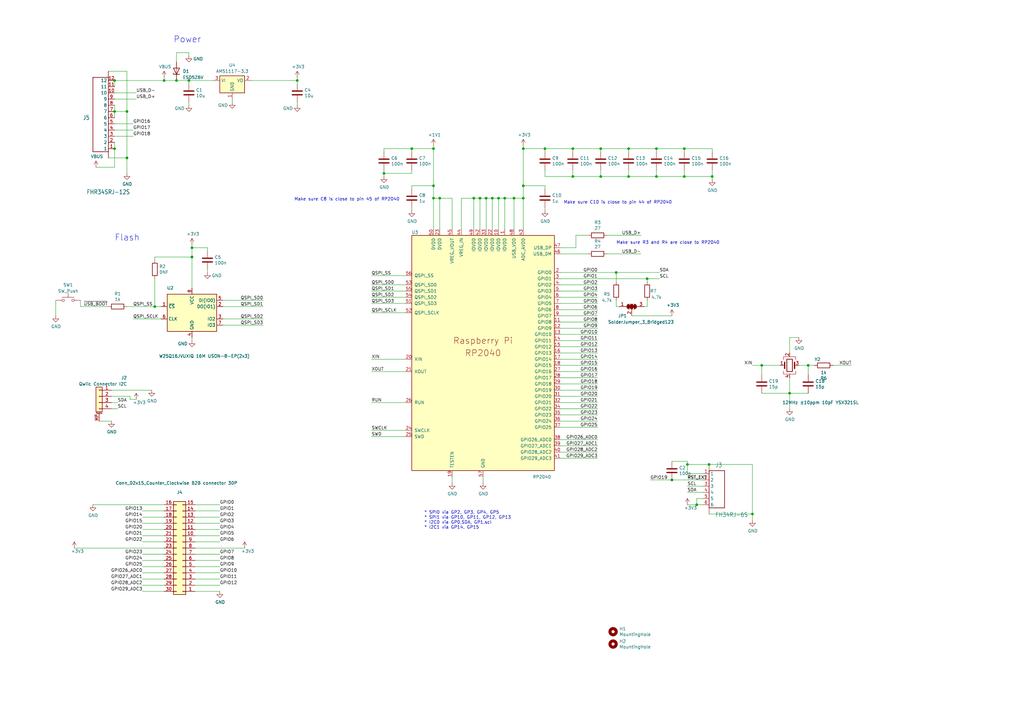
<source format=kicad_sch>
(kicad_sch (version 20230121) (generator eeschema)
  (paper "A3")
  (title_block (title "RP2040 Minimal Design Example") (date "2020-12-18") (rev "REV1") (company "Raspberry Pi (Trading) Ltd"))
  (lib_symbols
    (symbol "Connector_Generic:Conn_02x15_Counter_Clockwise" (pin_names (offset 1.016) hide)
      (property "Reference" "J" (at 1.27 20.32 0))
      (property "Value" "Conn_02x15_Counter_Clockwise" (at 1.27 -20.32 0))
      (symbol "Conn_02x15_Counter_Clockwise_1_1"
        (pin passive line (at -5.08 17.78 0) (length 3.81) (name "Pin_1") (number "1"))
        (pin passive line (at -5.08 -5.08 0) (length 3.81) (name "Pin_10") (number "10"))
        (pin passive line (at -5.08 -7.62 0) (length 3.81) (name "Pin_11") (number "11"))
        (pin passive line (at -5.08 -10.16 0) (length 3.81) (name "Pin_12") (number "12"))
        (pin passive line (at -5.08 -12.7 0) (length 3.81) (name "Pin_13") (number "13"))
        (pin passive line (at -5.08 -15.24 0) (length 3.81) (name "Pin_14") (number "14"))
        (pin passive line (at -5.08 -17.78 0) (length 3.81) (name "Pin_15") (number "15"))
        (pin passive line (at 7.62 -17.78 180) (length 3.81) (name "Pin_16") (number "16"))
        (pin passive line (at 7.62 -15.24 180) (length 3.81) (name "Pin_17") (number "17"))
        (pin passive line (at 7.62 -12.7 180) (length 3.81) (name "Pin_18") (number "18"))
        (pin passive line (at 7.62 -10.16 180) (length 3.81) (name "Pin_19") (number "19"))
        (pin passive line (at -5.08 15.24 0) (length 3.81) (name "Pin_2") (number "2"))
        (pin passive line (at 7.62 -7.62 180) (length 3.81) (name "Pin_20") (number "20"))
        (pin passive line (at 7.62 -5.08 180) (length 3.81) (name "Pin_21") (number "21"))
        (pin passive line (at 7.62 -2.54 180) (length 3.81) (name "Pin_22") (number "22"))
        (pin passive line (at 7.62 0 180) (length 3.81) (name "Pin_23") (number "23"))
        (pin passive line (at 7.62 2.54 180) (length 3.81) (name "Pin_24") (number "24"))
        (pin passive line (at 7.62 5.08 180) (length 3.81) (name "Pin_25") (number "25"))
        (pin passive line (at 7.62 7.62 180) (length 3.81) (name "Pin_26") (number "26"))
        (pin passive line (at 7.62 10.16 180) (length 3.81) (name "Pin_27") (number "27"))
        (pin passive line (at 7.62 12.7 180) (length 3.81) (name "Pin_28") (number "28"))
        (pin passive line (at 7.62 15.24 180) (length 3.81) (name "Pin_29") (number "29"))
        (pin passive line (at -5.08 12.7 0) (length 3.81) (name "Pin_3") (number "3"))
        (pin passive line (at 7.62 17.78 180) (length 3.81) (name "Pin_30") (number "30"))
        (pin passive line (at -5.08 10.16 0) (length 3.81) (name "Pin_4") (number "4"))
        (pin passive line (at -5.08 7.62 0) (length 3.81) (name "Pin_5") (number "5"))
        (pin passive line (at -5.08 5.08 0) (length 3.81) (name "Pin_6") (number "6"))
        (pin passive line (at -5.08 2.54 0) (length 3.81) (name "Pin_7") (number "7"))
        (pin passive line (at -5.08 0 0) (length 3.81) (name "Pin_8") (number "8"))
        (pin passive line (at -5.08 -2.54 0) (length 3.81) (name "Pin_9") (number "9"))
      )
    )
    (symbol "Connector_Generic_MountingPin:Conn_01x04_MountingPin" (pin_names (offset 1.016) hide)
      (property "Reference" "J" (at 0 5.08 0))
      (property "Value" "Conn_01x04_MountingPin" (at 1.27 -7.62 0))
      (symbol "Conn_01x04_MountingPin_1_1"
        (text "Mounting" (at 0 -6.731 0) (effects (font (size 0.381 0.381))))
        (pin passive line (at -5.08 2.54 0) (length 3.81) (name "Pin_1") (number "1"))
        (pin passive line (at -5.08 0 0) (length 3.81) (name "Pin_2") (number "2"))
        (pin passive line (at -5.08 -2.54 0) (length 3.81) (name "Pin_3") (number "3"))
        (pin passive line (at -5.08 -5.08 0) (length 3.81) (name "Pin_4") (number "4"))
        (pin passive line (at 0 -10.16 90) (length 3.048) (name "MountPin") (number "MP"))
      )
    )
    (symbol "Device:C" (pin_numbers hide) (pin_names (offset 0.254))
      (property "Reference" "C" (at 0.635 2.54 0))
      (property "Value" "C" (at 0.635 -2.54 0))
      (symbol "C_1_1"
        (pin passive line (at 0 3.81 270) (length 2.794) (name "~") (number "1"))
        (pin passive line (at 0 -3.81 90) (length 2.794) (name "~") (number "2"))
      )
    )
    (symbol "Device:Crystal_GND24" (pin_names (offset 1.016) hide)
      (property "Reference" "Y" (at 3.175 5.08 0))
      (property "Value" "Crystal_GND24" (at 3.175 3.175 0))
      (symbol "Crystal_GND24_1_1"
        (pin passive line (at -3.81 0 0) (length 1.27) (name "1") (number "1"))
        (pin passive line (at 0 5.08 270) (length 1.27) (name "2") (number "2"))
        (pin passive line (at 3.81 0 180) (length 1.27) (name "3") (number "3"))
        (pin passive line (at 0 -5.08 90) (length 1.27) (name "4") (number "4"))
      )
    )
    (symbol "Device:R" (pin_numbers hide) (pin_names (offset 0))
      (property "Reference" "R" (at 2.032 0 90))
      (property "Value" "R" (at 0 0 90))
      (symbol "R_1_1"
        (pin passive line (at 0 3.81 270) (length 1.27) (name "~") (number "1"))
        (pin passive line (at 0 -3.81 90) (length 1.27) (name "~") (number "2"))
      )
    )
    (symbol "Diode:ESD5Zxx" (pin_numbers hide) (pin_names hide)
      (property "Reference" "D" (at 0 2.54 0))
      (property "Value" "ESD5Zxx" (at 0 -2.54 0))
      (symbol "ESD5Zxx_1_1"
        (pin passive line (at -3.81 0 0) (length 2.54) (name "K") (number "1"))
        (pin passive line (at 3.81 0 180) (length 2.54) (name "A") (number "2"))
      )
    )
    (symbol "Jumper:SolderJumper_3_Bridged123" (pin_names (offset 0) hide)
      (property "Reference" "JP" (at -2.54 -2.54 0))
      (property "Value" "SolderJumper_3_Bridged123" (at 0 2.794 0))
      (symbol "SolderJumper_3_Bridged123_1_1"
        (pin passive line (at -5.08 0 0) (length 2.54) (name "A") (number "1"))
        (pin passive line (at 0 -3.81 90) (length 2.54) (name "C") (number "2"))
        (pin passive line (at 5.08 0 180) (length 2.54) (name "B") (number "3"))
      )
    )
    (symbol "MCU_RaspberryPi_RP2040:RP2040" (pin_names (offset 1.016))
      (property "Reference" "U" (at -29.21 49.53 0))
      (property "Value" "RP2040" (at 24.13 -49.53 0))
      (symbol "RP2040_0_0"
        (text "Raspberry Pi" (at 0 5.08 0) (effects (font (size 2.54 2.54))))
        (text "RP2040" (at 0 0 0) (effects (font (size 2.54 2.54))))
      )
      (symbol "RP2040_1_1"
        (pin power_in line (at 8.89 50.8 270) (length 2.54) (name "IOVDD") (number "1"))
        (pin power_in line (at 6.35 50.8 270) (length 2.54) (name "IOVDD") (number "10"))
        (pin bidirectional line (at 31.75 12.7 180) (length 2.54) (name "GPIO8") (number "11"))
        (pin bidirectional line (at 31.75 10.16 180) (length 2.54) (name "GPIO9") (number "12"))
        (pin bidirectional line (at 31.75 7.62 180) (length 2.54) (name "GPIO10") (number "13"))
        (pin bidirectional line (at 31.75 5.08 180) (length 2.54) (name "GPIO11") (number "14"))
        (pin bidirectional line (at 31.75 2.54 180) (length 2.54) (name "GPIO12") (number "15"))
        (pin bidirectional line (at 31.75 0 180) (length 2.54) (name "GPIO13") (number "16"))
        (pin bidirectional line (at 31.75 -2.54 180) (length 2.54) (name "GPIO14") (number "17"))
        (pin bidirectional line (at 31.75 -5.08 180) (length 2.54) (name "GPIO15") (number "18"))
        (pin passive line (at -12.7 -50.8 90) (length 2.54) (name "TESTEN") (number "19"))
        (pin bidirectional line (at 31.75 33.02 180) (length 2.54) (name "GPIO0") (number "2"))
        (pin input line (at -31.75 -2.54 0) (length 2.54) (name "XIN") (number "20"))
        (pin passive line (at -31.75 -7.62 0) (length 2.54) (name "XOUT") (number "21"))
        (pin power_in line (at 3.81 50.8 270) (length 2.54) (name "IOVDD") (number "22"))
        (pin power_in line (at -17.78 50.8 270) (length 2.54) (name "DVDD") (number "23"))
        (pin output line (at -31.75 -31.75 0) (length 2.54) (name "SWCLK") (number "24"))
        (pin bidirectional line (at -31.75 -34.29 0) (length 2.54) (name "SWD") (number "25"))
        (pin input line (at -31.75 -20.32 0) (length 2.54) (name "RUN") (number "26"))
        (pin bidirectional line (at 31.75 -7.62 180) (length 2.54) (name "GPIO16") (number "27"))
        (pin bidirectional line (at 31.75 -10.16 180) (length 2.54) (name "GPIO17") (number "28"))
        (pin bidirectional line (at 31.75 -12.7 180) (length 2.54) (name "GPIO18") (number "29"))
        (pin bidirectional line (at 31.75 30.48 180) (length 2.54) (name "GPIO1") (number "3"))
        (pin bidirectional line (at 31.75 -15.24 180) (length 2.54) (name "GPIO19") (number "30"))
        (pin bidirectional line (at 31.75 -17.78 180) (length 2.54) (name "GPIO20") (number "31"))
        (pin bidirectional line (at 31.75 -20.32 180) (length 2.54) (name "GPIO21") (number "32"))
        (pin power_in line (at 1.27 50.8 270) (length 2.54) (name "IOVDD") (number "33"))
        (pin bidirectional line (at 31.75 -22.86 180) (length 2.54) (name "GPIO22") (number "34"))
        (pin bidirectional line (at 31.75 -25.4 180) (length 2.54) (name "GPIO23") (number "35"))
        (pin bidirectional line (at 31.75 -27.94 180) (length 2.54) (name "GPIO24") (number "36"))
        (pin bidirectional line (at 31.75 -30.48 180) (length 2.54) (name "GPIO25") (number "37"))
        (pin bidirectional line (at 31.75 -35.56 180) (length 2.54) (name "GPIO26_ADC0") (number "38"))
        (pin bidirectional line (at 31.75 -38.1 180) (length 2.54) (name "GPIO27_ADC1") (number "39"))
        (pin bidirectional line (at 31.75 27.94 180) (length 2.54) (name "GPIO2") (number "4"))
        (pin bidirectional line (at 31.75 -40.64 180) (length 2.54) (name "GPIO28_ADC2") (number "40"))
        (pin bidirectional line (at 31.75 -43.18 180) (length 2.54) (name "GPIO29_ADC3") (number "41"))
        (pin power_in line (at -1.27 50.8 270) (length 2.54) (name "IOVDD") (number "42"))
        (pin power_in line (at 16.51 50.8 270) (length 2.54) (name "ADC_AVDD") (number "43"))
        (pin power_in line (at -8.89 50.8 270) (length 2.54) (name "VREG_IN") (number "44"))
        (pin power_out line (at -12.7 50.8 270) (length 2.54) (name "VREG_VOUT") (number "45"))
        (pin bidirectional line (at 31.75 40.64 180) (length 2.54) (name "USB_DM") (number "46"))
        (pin bidirectional line (at 31.75 43.18 180) (length 2.54) (name "USB_DP") (number "47"))
        (pin power_in line (at 12.7 50.8 270) (length 2.54) (name "USB_VDD") (number "48"))
        (pin power_in line (at -3.81 50.8 270) (length 2.54) (name "IOVDD") (number "49"))
        (pin bidirectional line (at 31.75 25.4 180) (length 2.54) (name "GPIO3") (number "5"))
        (pin power_in line (at -20.32 50.8 270) (length 2.54) (name "DVDD") (number "50"))
        (pin bidirectional line (at -31.75 20.32 0) (length 2.54) (name "QSPI_SD3") (number "51"))
        (pin output line (at -31.75 16.51 0) (length 2.54) (name "QSPI_SCLK") (number "52"))
        (pin bidirectional line (at -31.75 27.94 0) (length 2.54) (name "QSPI_SD0") (number "53"))
        (pin bidirectional line (at -31.75 22.86 0) (length 2.54) (name "QSPI_SD2") (number "54"))
        (pin bidirectional line (at -31.75 25.4 0) (length 2.54) (name "QSPI_SD1") (number "55"))
        (pin bidirectional line (at -31.75 31.75 0) (length 2.54) (name "QSPI_SS") (number "56"))
        (pin power_in line (at 0 -50.8 90) (length 2.54) (name "GND") (number "57"))
        (pin bidirectional line (at 31.75 22.86 180) (length 2.54) (name "GPIO4") (number "6"))
        (pin bidirectional line (at 31.75 20.32 180) (length 2.54) (name "GPIO5") (number "7"))
        (pin bidirectional line (at 31.75 17.78 180) (length 2.54) (name "GPIO6") (number "8"))
        (pin bidirectional line (at 31.75 15.24 180) (length 2.54) (name "GPIO7") (number "9"))
      )
    )
    (symbol "Mechanical:MountingHole" (pin_names (offset 1.016))
      (property "Reference" "H" (at 0 5.08 0))
      (property "Value" "MountingHole" (at 0 3.175 0))
    )
    (symbol "Memory_Flash:W25Q128JVS"
      (property "Reference" "U" (at -8.89 8.89 0))
      (property "Value" "W25Q128JVS" (at 7.62 8.89 0))
      (symbol "W25Q128JVS_1_1"
        (pin input line (at -12.7 2.54 0) (length 2.54) (name "~{CS}") (number "1"))
        (pin bidirectional line (at 12.7 2.54 180) (length 2.54) (name "DO(IO1)") (number "2"))
        (pin bidirectional line (at 12.7 -2.54 180) (length 2.54) (name "IO2") (number "3"))
        (pin power_in line (at 0 -10.16 90) (length 2.54) (name "GND") (number "4"))
        (pin bidirectional line (at 12.7 5.08 180) (length 2.54) (name "DI(IO0)") (number "5"))
        (pin input line (at -12.7 -2.54 0) (length 2.54) (name "CLK") (number "6"))
        (pin bidirectional line (at 12.7 -5.08 180) (length 2.54) (name "IO3") (number "7"))
        (pin power_in line (at 0 10.16 270) (length 2.54) (name "VCC") (number "8"))
      )
    )
    (symbol "NS_Integrator-eagle-import:FPC-0.5-6P-FH34RJ"
      (property "Reference" "J" (at 2.54 8.89 0))
      (property "Value" "FPC-0.5-6P-FH34RJ" (at 2.54 -10.16 0))
      (symbol "FPC-0.5-6P-FH34RJ_1_0"
        (pin bidirectional line (at -2.54 6.35 0) (length 2.54) (name "1") (number "1"))
        (pin bidirectional line (at -2.54 3.81 0) (length 2.54) (name "2") (number "2"))
        (pin bidirectional line (at -2.54 1.27 0) (length 2.54) (name "3") (number "3"))
        (pin bidirectional line (at -2.54 -1.27 0) (length 2.54) (name "4") (number "4"))
        (pin bidirectional line (at -2.54 -3.81 0) (length 2.54) (name "5") (number "5"))
        (pin bidirectional line (at -2.54 -6.35 0) (length 2.54) (name "6") (number "6"))
        (pin bidirectional line (at 0 -10.16 90) (length 2.54) (name "G1") (number "MH1"))
        (pin bidirectional line (at 0 10.16 270) (length 2.54) (name "G2") (number "MH2"))
      )
    )
    (symbol "Regulator_Linear:AMS1117-3.3"
      (property "Reference" "U" (at -3.81 3.175 0))
      (property "Value" "AMS1117-3.3" (at 0 3.175 0))
      (symbol "AMS1117-3.3_1_1"
        (pin power_in line (at 0 -7.62 90) (length 2.54) (name "GND") (number "1"))
        (pin power_out line (at 7.62 0 180) (length 2.54) (name "VO") (number "2"))
        (pin power_in line (at -7.62 0 0) (length 2.54) (name "VI") (number "3"))
      )
    )
    (symbol "Switch:SW_Push" (pin_numbers hide) (pin_names (offset 1.016) hide)
      (property "Reference" "SW" (at 1.27 2.54 0))
      (property "Value" "SW_Push" (at 0 -1.524 0))
      (symbol "SW_Push_0_1"
        (pin passive line (at -5.08 0 0) (length 2.54) (name "1") (number "1"))
        (pin passive line (at 5.08 0 180) (length 2.54) (name "2") (number "2"))
      )
    )
    (symbol "USER:FPC-0.5-12PFPC-0.5-12P"
      (property "Reference" "J2" (at -2.54 25.4 0))
      (property "Value" "FPC-0.5-12PFPC-0.5-12P" (at 2.54 25.4 0))
      (symbol "FPC-0.5-12PFPC-0.5-12P_1_0"
        (pin bidirectional line (at -2.54 24.13 0) (length 2.54) (name "1") (number "1"))
        (pin bidirectional line (at -2.54 1.27 0) (length 2.54) (name "10") (number "10"))
        (pin bidirectional line (at -2.54 -1.27 0) (length 2.54) (name "11") (number "11"))
        (pin bidirectional line (at -2.54 -3.81 0) (length 2.54) (name "12") (number "12"))
        (pin bidirectional line (at -2.54 21.59 0) (length 2.54) (name "2") (number "2"))
        (pin bidirectional line (at -2.54 19.05 0) (length 2.54) (name "3") (number "3"))
        (pin bidirectional line (at -2.54 16.51 0) (length 2.54) (name "4") (number "4"))
        (pin bidirectional line (at -2.54 13.97 0) (length 2.54) (name "5") (number "5"))
        (pin bidirectional line (at -2.54 11.43 0) (length 2.54) (name "6") (number "6"))
        (pin bidirectional line (at -2.54 8.89 0) (length 2.54) (name "7") (number "7"))
        (pin bidirectional line (at -2.54 6.35 0) (length 2.54) (name "8") (number "8"))
        (pin bidirectional line (at -2.54 3.81 0) (length 2.54) (name "9") (number "9"))
        (pin bidirectional line (at 0 -7.62 90) (length 2.54) (name "G1") (number "P$13"))
        (pin bidirectional line (at 0 27.94 270) (length 2.54) (name "G2") (number "P$14"))
      )
    )
    (symbol "power:+1V1" (power) (pin_names (offset 0))
      (property "Value" "+1V1" (at 0 3.556 0))
      (symbol "+1V1_1_1"
        (pin power_in line (at 0 0 90) (length 0) hide (name "+1V1") (number "1"))
      )
    )
    (symbol "power:+3V3" (power) (pin_names (offset 0))
      (property "Value" "+3V3" (at 0 3.556 0))
      (symbol "+3V3_1_1"
        (pin power_in line (at 0 0 90) (length 0) hide (name "+3V3") (number "1"))
      )
    )
    (symbol "power:GND" (power) (pin_names (offset 0))
      (property "Value" "GND" (at 0 -3.81 0))
      (symbol "GND_1_1"
        (pin power_in line (at 0 0 270) (length 0) hide (name "GND") (number "1"))
      )
    )
    (symbol "power:VBUS" (power) (pin_names (offset 0))
      (property "Value" "VBUS" (at 0 3.81 0))
      (symbol "VBUS_1_1"
        (pin power_in line (at 0 0 90) (length 0) hide (name "VBUS") (number "1"))
      )
    )
  )
  (junction (at 292.1 72.39))
  (junction (at 246.38 60.96))
  (junction (at 63.5 125.73))
  (junction (at 67.31 33.02))
  (junction (at 281.94 190.5))
  (junction (at 323.85 161.29))
  (junction (at 177.8 76.2))
  (junction (at 196.85 81.28))
  (junction (at 46.99 33.02))
  (junction (at 121.92 33.02))
  (junction (at 246.38 72.39))
  (junction (at 46.99 45.72))
  (junction (at 265.43 114.3))
  (junction (at 308.61 210.82))
  (junction (at 78.74 101.6))
  (junction (at 78.74 105.41))
  (junction (at 223.52 60.96))
  (junction (at 214.63 81.28))
  (junction (at 214.63 60.96))
  (junction (at 257.81 60.96))
  (junction (at 207.01 81.28))
  (junction (at 177.8 81.28))
  (junction (at 331.47 149.86))
  (junction (at 280.67 72.39))
  (junction (at 210.82 81.28))
  (junction (at 269.24 72.39))
  (junction (at 201.93 81.28))
  (junction (at 180.34 81.28))
  (junction (at 194.31 81.28))
  (junction (at 72.39 33.02))
  (junction (at 280.67 60.96))
  (junction (at 269.24 60.96))
  (junction (at 168.91 60.96))
  (junction (at 77.47 33.02))
  (junction (at 214.63 76.2))
  (junction (at 177.8 60.96))
  (junction (at 157.48 71.12))
  (junction (at 52.07 45.72))
  (junction (at 199.39 81.28))
  (junction (at 275.59 196.85))
  (junction (at 234.95 60.96))
  (junction (at 257.81 72.39))
  (junction (at 290.83 190.5))
  (junction (at 252.73 111.76))
  (junction (at 285.75 207.01))
  (junction (at 312.42 149.86))
  (junction (at 46.99 60.96))
  (junction (at 204.47 81.28))
  (junction (at 52.07 64.77))
  (junction (at 234.95 72.39))
  (wire (pts (xy 312.42 149.86) (xy 320.04 149.86)))
  (wire (pts (xy 52.07 45.72) (xy 52.07 64.77)))
  (wire (pts (xy 90.17 207.01) (xy 80.01 207.01)))
  (wire (pts (xy 229.87 157.48) (xy 245.11 157.48)))
  (wire (pts (xy 281.94 194.31) (xy 281.94 190.5)))
  (wire (pts (xy 166.37 113.03) (xy 152.4 113.03)))
  (wire (pts (xy 214.63 76.2) (xy 223.52 76.2)))
  (wire (pts (xy 177.8 59.69) (xy 177.8 60.96)))
  (wire (pts (xy 246.38 60.96) (xy 257.81 60.96)))
  (wire (pts (xy 281.94 207.01) (xy 285.75 207.01)))
  (wire (pts (xy 157.48 71.12) (xy 168.91 71.12)))
  (wire (pts (xy 229.87 175.26) (xy 245.11 175.26)))
  (wire (pts (xy 166.37 179.07) (xy 152.4 179.07)))
  (wire (pts (xy 229.87 104.14) (xy 241.3 104.14)))
  (wire (pts (xy 269.24 62.23) (xy 269.24 60.96)))
  (wire (pts (xy 54.61 130.81) (xy 66.04 130.81)))
  (wire (pts (xy 44.45 29.21) (xy 52.07 29.21)))
  (wire (pts (xy 323.85 161.29) (xy 323.85 167.64)))
  (wire (pts (xy 214.63 59.69) (xy 214.63 60.96)))
  (wire (pts (xy 308.61 190.5) (xy 308.61 210.82)))
  (wire (pts (xy 90.17 212.09) (xy 80.01 212.09)))
  (wire (pts (xy 46.99 43.18) (xy 46.99 45.72)))
  (wire (pts (xy 168.91 71.12) (xy 168.91 69.85)))
  (wire (pts (xy 229.87 144.78) (xy 245.11 144.78)))
  (wire (pts (xy 121.92 33.02) (xy 121.92 34.29)))
  (wire (pts (xy 196.85 81.28) (xy 199.39 81.28)))
  (wire (pts (xy 189.23 81.28) (xy 194.31 81.28)))
  (wire (pts (xy 95.25 40.64) (xy 95.25 41.91)))
  (wire (pts (xy 78.74 138.43) (xy 78.74 139.7)))
  (wire (pts (xy 80.01 224.79) (xy 100.33 224.79)))
  (wire (pts (xy 38.1 207.01) (xy 67.31 207.01)))
  (wire (pts (xy 168.91 77.47) (xy 168.91 76.2)))
  (wire (pts (xy 275.59 189.23) (xy 281.94 189.23)))
  (wire (pts (xy 90.17 240.03) (xy 80.01 240.03)))
  (wire (pts (xy 229.87 116.84) (xy 245.11 116.84)))
  (wire (pts (xy 229.87 114.3) (xy 265.43 114.3)))
  (wire (pts (xy 252.73 111.76) (xy 270.51 111.76)))
  (wire (pts (xy 252.73 125.73) (xy 254 125.73)))
  (wire (pts (xy 90.17 234.95) (xy 80.01 234.95)))
  (wire (pts (xy 280.67 72.39) (xy 292.1 72.39)))
  (wire (pts (xy 45.72 167.64) (xy 48.26 167.64)))
  (wire (pts (xy 199.39 93.98) (xy 199.39 81.28)))
  (wire (pts (xy 312.42 161.29) (xy 323.85 161.29)))
  (wire (pts (xy 44.45 64.77) (xy 52.07 64.77)))
  (wire (pts (xy 257.81 60.96) (xy 269.24 60.96)))
  (wire (pts (xy 52.07 29.21) (xy 52.07 45.72)))
  (wire (pts (xy 285.75 204.47) (xy 285.75 207.01)))
  (wire (pts (xy 152.4 119.38) (xy 166.37 119.38)))
  (wire (pts (xy 67.31 33.02) (xy 72.39 33.02)))
  (wire (pts (xy 280.67 62.23) (xy 280.67 60.96)))
  (wire (pts (xy 229.87 170.18) (xy 245.11 170.18)))
  (wire (pts (xy 46.99 55.88) (xy 54.61 55.88)))
  (wire (pts (xy 229.87 137.16) (xy 245.11 137.16)))
  (wire (pts (xy 327.66 149.86) (xy 331.47 149.86)))
  (wire (pts (xy 46.99 33.02) (xy 67.31 33.02)))
  (wire (pts (xy 78.74 101.6) (xy 78.74 105.41)))
  (wire (pts (xy 259.08 129.54) (xy 275.59 129.54)))
  (wire (pts (xy 323.85 144.78) (xy 323.85 138.43)))
  (wire (pts (xy 292.1 69.85) (xy 292.1 72.39)))
  (wire (pts (xy 52.07 64.77) (xy 52.07 71.12)))
  (wire (pts (xy 185.42 81.28) (xy 180.34 81.28)))
  (wire (pts (xy 22.86 123.19) (xy 22.86 129.54)))
  (wire (pts (xy 204.47 81.28) (xy 207.01 81.28)))
  (wire (pts (xy 323.85 161.29) (xy 331.47 161.29)))
  (wire (pts (xy 281.94 189.23) (xy 281.94 190.5)))
  (wire (pts (xy 229.87 124.46) (xy 245.11 124.46)))
  (wire (pts (xy 257.81 62.23) (xy 257.81 60.96)))
  (wire (pts (xy 58.42 237.49) (xy 67.31 237.49)))
  (wire (pts (xy 177.8 81.28) (xy 177.8 93.98)))
  (wire (pts (xy 157.48 71.12) (xy 157.48 72.39)))
  (wire (pts (xy 323.85 154.94) (xy 323.85 161.29)))
  (wire (pts (xy 266.7 196.85) (xy 275.59 196.85)))
  (wire (pts (xy 58.42 227.33) (xy 67.31 227.33)))
  (wire (pts (xy 257.81 72.39) (xy 246.38 72.39)))
  (wire (pts (xy 308.61 210.82) (xy 308.61 213.36)))
  (wire (pts (xy 166.37 128.27) (xy 152.4 128.27)))
  (wire (pts (xy 58.42 212.09) (xy 67.31 212.09)))
  (wire (pts (xy 248.92 104.14) (xy 262.89 104.14)))
  (wire (pts (xy 77.47 33.02) (xy 87.63 33.02)))
  (wire (pts (xy 229.87 182.88) (xy 245.11 182.88)))
  (wire (pts (xy 189.23 93.98) (xy 189.23 81.28)))
  (wire (pts (xy 265.43 125.73) (xy 264.16 125.73)))
  (wire (pts (xy 46.99 40.64) (xy 55.88 40.64)))
  (wire (pts (xy 168.91 60.96) (xy 177.8 60.96)))
  (wire (pts (xy 207.01 81.28) (xy 207.01 93.98)))
  (wire (pts (xy 46.99 33.02) (xy 46.99 35.56)))
  (wire (pts (xy 45.72 162.56) (xy 53.34 162.56)))
  (wire (pts (xy 234.95 72.39) (xy 223.52 72.39)))
  (wire (pts (xy 214.63 76.2) (xy 214.63 81.28)))
  (wire (pts (xy 90.17 232.41) (xy 80.01 232.41)))
  (wire (pts (xy 236.22 96.52) (xy 241.3 96.52)))
  (wire (pts (xy 265.43 115.57) (xy 265.43 114.3)))
  (wire (pts (xy 194.31 93.98) (xy 194.31 81.28)))
  (wire (pts (xy 229.87 139.7) (xy 245.11 139.7)))
  (wire (pts (xy 63.5 114.3) (xy 63.5 125.73)))
  (wire (pts (xy 280.67 60.96) (xy 292.1 60.96)))
  (wire (pts (xy 58.42 209.55) (xy 67.31 209.55)))
  (wire (pts (xy 177.8 76.2) (xy 177.8 81.28)))
  (wire (pts (xy 229.87 160.02) (xy 245.11 160.02)))
  (wire (pts (xy 58.42 217.17) (xy 67.31 217.17)))
  (wire (pts (xy 234.95 69.85) (xy 234.95 72.39)))
  (wire (pts (xy 46.99 53.34) (xy 54.61 53.34)))
  (wire (pts (xy 90.17 222.25) (xy 80.01 222.25)))
  (wire (pts (xy 229.87 152.4) (xy 245.11 152.4)))
  (wire (pts (xy 246.38 69.85) (xy 246.38 72.39)))
  (wire (pts (xy 90.17 227.33) (xy 80.01 227.33)))
  (wire (pts (xy 214.63 81.28) (xy 214.63 93.98)))
  (wire (pts (xy 58.42 234.95) (xy 67.31 234.95)))
  (wire (pts (xy 280.67 69.85) (xy 280.67 72.39)))
  (wire (pts (xy 223.52 69.85) (xy 223.52 72.39)))
  (wire (pts (xy 196.85 93.98) (xy 196.85 81.28)))
  (wire (pts (xy 246.38 72.39) (xy 234.95 72.39)))
  (wire (pts (xy 90.17 219.71) (xy 80.01 219.71)))
  (wire (pts (xy 269.24 69.85) (xy 269.24 72.39)))
  (wire (pts (xy 290.83 190.5) (xy 308.61 190.5)))
  (wire (pts (xy 157.48 62.23) (xy 157.48 60.96)))
  (wire (pts (xy 152.4 124.46) (xy 166.37 124.46)))
  (wire (pts (xy 269.24 60.96) (xy 280.67 60.96)))
  (wire (pts (xy 246.38 62.23) (xy 246.38 60.96)))
  (wire (pts (xy 265.43 123.19) (xy 265.43 125.73)))
  (wire (pts (xy 248.92 96.52) (xy 262.89 96.52)))
  (wire (pts (xy 166.37 165.1) (xy 152.4 165.1)))
  (wire (pts (xy 288.29 204.47) (xy 285.75 204.47)))
  (wire (pts (xy 308.61 210.82) (xy 290.83 210.82)))
  (wire (pts (xy 33.02 125.73) (xy 44.45 125.73)))
  (wire (pts (xy 229.87 187.96) (xy 245.11 187.96)))
  (wire (pts (xy 46.99 50.8) (xy 54.61 50.8)))
  (wire (pts (xy 281.94 190.5) (xy 290.83 190.5)))
  (wire (pts (xy 157.48 69.85) (xy 157.48 71.12)))
  (wire (pts (xy 152.4 116.84) (xy 166.37 116.84)))
  (wire (pts (xy 91.44 123.19) (xy 107.95 123.19)))
  (wire (pts (xy 72.39 25.4) (xy 72.39 21.59)))
  (wire (pts (xy 39.37 68.58) (xy 46.99 68.58)))
  (wire (pts (xy 269.24 72.39) (xy 257.81 72.39)))
  (wire (pts (xy 312.42 149.86) (xy 312.42 153.67)))
  (wire (pts (xy 229.87 165.1) (xy 245.11 165.1)))
  (wire (pts (xy 90.17 209.55) (xy 80.01 209.55)))
  (wire (pts (xy 252.73 123.19) (xy 252.73 125.73)))
  (wire (pts (xy 72.39 33.02) (xy 77.47 33.02)))
  (wire (pts (xy 58.42 222.25) (xy 67.31 222.25)))
  (wire (pts (xy 257.81 69.85) (xy 257.81 72.39)))
  (wire (pts (xy 292.1 72.39) (xy 292.1 73.66)))
  (wire (pts (xy 252.73 115.57) (xy 252.73 111.76)))
  (wire (pts (xy 85.09 101.6) (xy 78.74 101.6)))
  (wire (pts (xy 234.95 62.23) (xy 234.95 60.96)))
  (wire (pts (xy 45.72 165.1) (xy 48.26 165.1)))
  (wire (pts (xy 166.37 176.53) (xy 152.4 176.53)))
  (wire (pts (xy 102.87 33.02) (xy 121.92 33.02)))
  (wire (pts (xy 121.92 31.75) (xy 121.92 33.02)))
  (wire (pts (xy 168.91 76.2) (xy 177.8 76.2)))
  (wire (pts (xy 46.99 45.72) (xy 46.99 48.26)))
  (wire (pts (xy 168.91 85.09) (xy 168.91 86.36)))
  (wire (pts (xy 229.87 149.86) (xy 245.11 149.86)))
  (wire (pts (xy 210.82 81.28) (xy 214.63 81.28)))
  (wire (pts (xy 201.93 93.98) (xy 201.93 81.28)))
  (wire (pts (xy 229.87 167.64) (xy 245.11 167.64)))
  (wire (pts (xy 214.63 60.96) (xy 214.63 76.2)))
  (wire (pts (xy 341.63 149.86) (xy 349.25 149.86)))
  (wire (pts (xy 229.87 129.54) (xy 245.11 129.54)))
  (wire (pts (xy 90.17 214.63) (xy 80.01 214.63)))
  (wire (pts (xy 229.87 172.72) (xy 245.11 172.72)))
  (wire (pts (xy 308.61 149.86) (xy 312.42 149.86)))
  (wire (pts (xy 58.42 219.71) (xy 67.31 219.71)))
  (wire (pts (xy 207.01 81.28) (xy 210.82 81.28)))
  (wire (pts (xy 77.47 34.29) (xy 77.47 33.02)))
  (wire (pts (xy 204.47 93.98) (xy 204.47 81.28)))
  (wire (pts (xy 331.47 149.86) (xy 331.47 153.67)))
  (wire (pts (xy 180.34 81.28) (xy 177.8 81.28)))
  (wire (pts (xy 285.75 207.01) (xy 288.29 207.01)))
  (wire (pts (xy 229.87 121.92) (xy 245.11 121.92)))
  (wire (pts (xy 58.42 214.63) (xy 67.31 214.63)))
  (wire (pts (xy 45.72 160.02) (xy 62.23 160.02)))
  (wire (pts (xy 46.99 38.1) (xy 55.88 38.1)))
  (wire (pts (xy 91.44 125.73) (xy 107.95 125.73)))
  (wire (pts (xy 280.67 72.39) (xy 269.24 72.39)))
  (wire (pts (xy 72.39 21.59) (xy 77.47 21.59)))
  (wire (pts (xy 77.47 41.91) (xy 77.47 43.18)))
  (wire (pts (xy 229.87 185.42) (xy 245.11 185.42)))
  (wire (pts (xy 229.87 132.08) (xy 245.11 132.08)))
  (wire (pts (xy 180.34 93.98) (xy 180.34 81.28)))
  (wire (pts (xy 229.87 180.34) (xy 245.11 180.34)))
  (wire (pts (xy 58.42 242.57) (xy 67.31 242.57)))
  (wire (pts (xy 229.87 147.32) (xy 245.11 147.32)))
  (wire (pts (xy 46.99 60.96) (xy 46.99 68.58)))
  (wire (pts (xy 77.47 21.59) (xy 77.47 22.86)))
  (wire (pts (xy 185.42 195.58) (xy 185.42 198.12)))
  (wire (pts (xy 223.52 62.23) (xy 223.52 60.96)))
  (wire (pts (xy 90.17 217.17) (xy 80.01 217.17)))
  (wire (pts (xy 168.91 62.23) (xy 168.91 60.96)))
  (wire (pts (xy 229.87 134.62) (xy 245.11 134.62)))
  (wire (pts (xy 229.87 154.94) (xy 245.11 154.94)))
  (wire (pts (xy 52.07 125.73) (xy 63.5 125.73)))
  (wire (pts (xy 236.22 96.52) (xy 236.22 101.6)))
  (wire (pts (xy 323.85 138.43) (xy 327.66 138.43)))
  (wire (pts (xy 85.09 110.49) (xy 85.09 111.76)))
  (wire (pts (xy 40.64 172.72) (xy 45.72 172.72)))
  (wire (pts (xy 67.31 31.75) (xy 67.31 33.02)))
  (wire (pts (xy 194.31 81.28) (xy 196.85 81.28)))
  (wire (pts (xy 46.99 45.72) (xy 52.07 45.72)))
  (wire (pts (xy 63.5 106.68) (xy 63.5 105.41)))
  (wire (pts (xy 223.52 60.96) (xy 234.95 60.96)))
  (wire (pts (xy 58.42 240.03) (xy 67.31 240.03)))
  (wire (pts (xy 53.34 162.56) (xy 53.34 163.83)))
  (wire (pts (xy 223.52 77.47) (xy 223.52 76.2)))
  (wire (pts (xy 58.42 232.41) (xy 67.31 232.41)))
  (wire (pts (xy 281.94 199.39) (xy 288.29 199.39)))
  (wire (pts (xy 177.8 60.96) (xy 177.8 76.2)))
  (wire (pts (xy 53.34 163.83) (xy 55.88 163.83)))
  (wire (pts (xy 90.17 237.49) (xy 80.01 237.49)))
  (wire (pts (xy 199.39 81.28) (xy 201.93 81.28)))
  (wire (pts (xy 229.87 111.76) (xy 252.73 111.76)))
  (wire (pts (xy 229.87 127) (xy 245.11 127)))
  (wire (pts (xy 85.09 102.87) (xy 85.09 101.6)))
  (wire (pts (xy 78.74 100.33) (xy 78.74 101.6)))
  (wire (pts (xy 152.4 147.32) (xy 166.37 147.32)))
  (wire (pts (xy 292.1 62.23) (xy 292.1 60.96)))
  (wire (pts (xy 288.29 194.31) (xy 281.94 194.31)))
  (wire (pts (xy 58.42 229.87) (xy 67.31 229.87)))
  (wire (pts (xy 30.48 224.79) (xy 67.31 224.79)))
  (wire (pts (xy 210.82 93.98) (xy 210.82 81.28)))
  (wire (pts (xy 275.59 196.85) (xy 288.29 196.85)))
  (wire (pts (xy 91.44 133.35) (xy 107.95 133.35)))
  (wire (pts (xy 281.94 201.93) (xy 288.29 201.93)))
  (wire (pts (xy 214.63 60.96) (xy 223.52 60.96)))
  (wire (pts (xy 152.4 121.92) (xy 166.37 121.92)))
  (wire (pts (xy 63.5 105.41) (xy 78.74 105.41)))
  (wire (pts (xy 91.44 130.81) (xy 107.95 130.81)))
  (wire (pts (xy 229.87 119.38) (xy 245.11 119.38)))
  (wire (pts (xy 46.99 58.42) (xy 46.99 60.96)))
  (wire (pts (xy 166.37 152.4) (xy 152.4 152.4)))
  (wire (pts (xy 201.93 81.28) (xy 204.47 81.28)))
  (wire (pts (xy 63.5 125.73) (xy 66.04 125.73)))
  (wire (pts (xy 185.42 93.98) (xy 185.42 81.28)))
  (wire (pts (xy 121.92 41.91) (xy 121.92 43.18)))
  (wire (pts (xy 33.02 123.19) (xy 33.02 125.73)))
  (wire (pts (xy 234.95 60.96) (xy 246.38 60.96)))
  (wire (pts (xy 78.74 105.41) (xy 78.74 118.11)))
  (wire (pts (xy 229.87 101.6) (xy 236.22 101.6)))
  (wire (pts (xy 157.48 60.96) (xy 168.91 60.96)))
  (wire (pts (xy 223.52 85.09) (xy 223.52 86.36)))
  (wire (pts (xy 90.17 229.87) (xy 80.01 229.87)))
  (wire (pts (xy 229.87 162.56) (xy 245.11 162.56)))
  (wire (pts (xy 90.17 242.57) (xy 80.01 242.57)))
  (wire (pts (xy 198.12 195.58) (xy 198.12 198.12)))
  (wire (pts (xy 331.47 149.86) (xy 334.01 149.86)))
  (wire (pts (xy 229.87 142.24) (xy 245.11 142.24)))
  (wire (pts (xy 265.43 114.3) (xy 270.51 114.3)))
  (text "Power" (at 71.12 17.78 0) (effects (font (size 2.54 2.54)) (justify left bottom)))
  (text "Flash" (at 46.99 99.06 0) (effects (font (size 2.54 2.54)) (justify left bottom)))
  (text "Make sure C10 is close to pin 44 of RP2040" (at 231.14 83.82 0) (effects (font (size 1.27 1.27)) (justify left bottom)))
  (text "Make sure R3 and R4 are close to RP2040" (at 252.73 100.33 0) (effects (font (size 1.27 1.27)) (justify left bottom)))
  (text "* SPI0 via GP2, GP3, GP4, GP5\n* SPI1 via GP10, GP11, GP12, GP13\n* I2C0 via GP0,SDA, GP1,scl\n* I2C1 via GP14, GP15" (at 173.99 217.17 0) (effects (font (size 1.27 1.27)) (justify left bottom)))
  (text "Make sure C8 is close to pin 45 of RP2040" (at 120.65 82.55 0) (effects (font (size 1.27 1.27)) (justify left bottom)))
  (label "GPIO28_ADC2" (at 245.11 185.42 180))
  (label "USB_D+" (at 55.88 40.64 0))
  (label "GPIO28_ADC2" (at 58.42 240.03 180))
  (label "QSPI_SCLK" (at 54.61 130.81 0))
  (label "RUN" (at 152.4 165.1 0))
  (label "QSPI_SD3" (at 107.95 133.35 180))
  (label "GPIO7" (at 90.17 227.33 0))
  (label "QSPI_SD2" (at 107.95 130.81 180))
  (label "GPIO13" (at 245.11 144.78 180))
  (label "GPIO15" (at 245.11 149.86 180))
  (label "GPIO2" (at 90.17 212.09 0))
  (label "QSPI_SCLK" (at 152.4 128.27 0))
  (label "GPIO17" (at 245.11 154.94 180))
  (label "GPIO2" (at 245.11 116.84 180))
  (label "SDA" (at 48.26 165.1 0))
  (label "GPIO12" (at 245.11 142.24 180))
  (label "GPIO19" (at 245.11 160.02 180))
  (label "GPIO25" (at 58.42 232.41 180))
  (label "QSPI_SS" (at 152.4 113.03 0))
  (label "XOUT" (at 349.25 149.86 180))
  (label "QSPI_SD2" (at 152.4 121.92 0))
  (label "GPIO7" (at 245.11 129.54 180))
  (label "GPIO19" (at 266.7 196.85 0))
  (label "GPIO16" (at 245.11 152.4 180))
  (label "USB_D-" (at 262.89 104.14 180))
  (label "GPIO9" (at 90.17 232.41 0))
  (label "GPIO4" (at 90.17 217.17 0))
  (label "GPIO0" (at 245.11 111.76 180))
  (label "GPIO5" (at 245.11 124.46 180))
  (label "GPIO27_ADC1" (at 58.42 237.49 180))
  (label "XIN" (at 152.4 147.32 0))
  (label "GPIO20" (at 245.11 162.56 180))
  (label "GPIO1" (at 90.17 209.55 0))
  (label "GPIO3" (at 90.17 214.63 0))
  (label "GPIO10" (at 90.17 234.95 0))
  (label "SCL" (at 270.51 114.3 0))
  (label "GPIO18" (at 54.61 55.88 0))
  (label "GPIO18" (at 245.11 157.48 180))
  (label "GPIO25" (at 245.11 175.26 180))
  (label "GPIO6" (at 90.17 222.25 0))
  (label "GPIO17" (at 54.61 53.34 0))
  (label "GPIO26_ADC0" (at 58.42 234.95 180))
  (label "XIN" (at 308.61 149.86 180))
  (label "RST_EXT" (at 281.94 196.85 0))
  (label "GPIO9" (at 245.11 134.62 180))
  (label "GPIO23" (at 245.11 170.18 180))
  (label "SDA" (at 281.94 201.93 0))
  (label "SCL" (at 48.26 167.64 0))
  (label "QSPI_SS" (at 54.61 125.73 0))
  (label "SCL" (at 281.94 199.39 0))
  (label "GPIO29_ADC3" (at 245.11 187.96 180))
  (label "GPIO14" (at 245.11 147.32 180))
  (label "GPIO24" (at 245.11 172.72 180))
  (label "GPIO11" (at 90.17 237.49 0))
  (label "GPIO22" (at 58.42 222.25 180))
  (label "SWCLK" (at 152.4 176.53 0))
  (label "QSPI_SD0" (at 152.4 116.84 0))
  (label "GPIO21" (at 245.11 165.1 180))
  (label "RST_EXT" (at 281.94 196.85 0))
  (label "GPIO14" (at 58.42 212.09 180))
  (label "GPIO4" (at 245.11 121.92 180))
  (label "USB_D+" (at 262.89 96.52 180))
  (label "GPIO22" (at 245.11 167.64 180))
  (label "QSPI_SD1" (at 107.95 125.73 180))
  (label "GPIO23" (at 58.42 227.33 180))
  (label "GPIO0" (at 90.17 207.01 0))
  (label "SWD" (at 152.4 179.07 0))
  (label "GPIO26_ADC0" (at 245.11 180.34 180))
  (label "GPIO10" (at 245.11 137.16 180))
  (label "GPIO13" (at 58.42 209.55 180))
  (label "GPIO20" (at 58.42 217.17 180))
  (label "QSPI_SD3" (at 152.4 124.46 0))
  (label "USB_D-" (at 55.88 38.1 0))
  (label "GPIO6" (at 245.11 127 180))
  (label "GPIO8" (at 90.17 229.87 0))
  (label "~{USB_BOOT}" (at 34.29 125.73 0))
  (label "GPIO16" (at 54.61 50.8 0))
  (label "GPIO3" (at 245.11 119.38 180))
  (label "GPIO12" (at 90.17 240.03 0))
  (label "GPIO21" (at 58.42 219.71 180))
  (label "GPIO27_ADC1" (at 245.11 182.88 180))
  (label "GPIO8" (at 245.11 132.08 180))
  (label "GPIO5" (at 90.17 219.71 0))
  (label "QSPI_SD1" (at 152.4 119.38 0))
  (label "SDA" (at 270.51 111.76 0))
  (label "GPIO11" (at 245.11 139.7 180))
  (label "GPIO24" (at 58.42 229.87 180))
  (label "XOUT" (at 152.4 152.4 0))
  (label "GPIO1" (at 245.11 114.3 180))
  (label "GPIO15" (at 58.42 214.63 180))
  (label "QSPI_SD0" (at 107.95 123.19 180))
  (label "GPIO29_ADC3" (at 58.42 242.57 180))
  (symbol (lib_id "MCU_RaspberryPi_RP2040:RP2040") (at 198.12 144.78 0) (unit 1)
    (property "Reference" "U3" (at 170.18 95.25 0))
    (property "Value" "RP2040" (at 222.25 195.58 0))
    (property "Footprint" "RP2040_minimal:RP2040-QFN-56" (effects hide))
  )
  (symbol (lib_id "Memory_Flash:W25Q128JVS") (at 78.74 128.27 0) (unit 1)
    (property "Reference" "U2" (at 69.85 118.11 0))
    (property "Value" "W25Q16JVUXIQ 16M USON-8-EP(2x3)" (at 83.82 146.05 0))
    (property "Footprint" "USER_Global:USON8_2X3MM" (effects hide))
    (property "vendor" "https://item.taobao.com/item.htm?id=713901082391" (effects hide))
  )
  (symbol (lib_id "power:+3V3") (at 78.74 100.33 0) (unit 1)
    (property "Reference" "#PWR07" (effects hide))
    (property "Value" "+3V3" (at 79.121 95.9358 0))
  )
  (symbol (lib_id "power:GND") (at 78.74 139.7 0) (unit 1)
    (property "Reference" "#PWR08" (effects hide))
    (property "Value" "GND" (at 74.93 140.97 0))
  )
  (symbol (lib_id "Device:R") (at 63.5 110.49 0) (unit 1)
    (property "Reference" "R2" (at 65.278 109.3216 0) (effects (justify left)))
    (property "Value" "DNF" (at 65.278 111.633 0) (effects (justify left)))
    (property "Footprint" "Capacitor_SMD:C_0402_1005Metric" (effects hide))
  )
  (symbol (lib_id "Device:R") (at 48.26 125.73 270) (unit 1)
    (property "Reference" "R1" (at 48.26 120.4722 90))
    (property "Value" "1k" (at 48.26 122.7836 90))
    (property "Footprint" "Capacitor_SMD:C_0402_1005Metric" (effects hide))
  )
  (symbol (lib_id "Device:C") (at 85.09 106.68 0) (unit 1)
    (property "Reference" "C5" (at 88.011 105.5116 0) (effects (justify left)))
    (property "Value" "100n" (at 88.011 107.823 0) (effects (justify left)))
    (property "Footprint" "Capacitor_SMD:C_0402_1005Metric" (effects hide))
  )
  (symbol (lib_id "power:GND") (at 85.09 111.76 0) (unit 1)
    (property "Reference" "#PWR011" (effects hide))
    (property "Value" "GND" (at 88.9 113.03 0))
  )
  (symbol (lib_id "power:GND") (at 198.12 198.12 0) (unit 1)
    (property "Reference" "#PWR016" (effects hide))
    (property "Value" "GND" (at 198.247 202.5142 0))
  )
  (symbol (lib_id "power:GND") (at 185.42 198.12 0) (unit 1)
    (property "Reference" "#PWR015" (effects hide))
    (property "Value" "GND" (at 185.547 202.5142 0))
  )
  (symbol (lib_id "Device:R") (at 245.11 96.52 270) (unit 1)
    (property "Reference" "R3" (at 245.11 91.2622 90))
    (property "Value" "27" (at 245.11 93.5736 90))
    (property "Footprint" "Resistor_SMD:R_0402_1005Metric" (effects hide))
  )
  (symbol (lib_id "Device:R") (at 245.11 104.14 270) (unit 1)
    (property "Reference" "R4" (at 245.11 98.8822 90))
    (property "Value" "27" (at 245.11 101.1936 90))
    (property "Footprint" "Resistor_SMD:R_0402_1005Metric" (effects hide))
  )
  (symbol (lib_id "power:GND") (at 52.07 71.12 0) (unit 1)
    (property "Reference" "#PWR01" (effects hide))
    (property "Value" "GND" (at 52.197 75.5142 0))
  )
  (symbol (lib_id "power:+3V3") (at 214.63 59.69 0) (unit 1)
    (property "Reference" "#PWR017" (effects hide))
    (property "Value" "+3V3" (at 215.011 55.2958 0))
  )
  (symbol (lib_id "power:+1V1") (at 177.8 59.69 0) (unit 1)
    (property "Reference" "#PWR014" (effects hide))
    (property "Value" "+1V1" (at 178.181 55.2958 0))
  )
  (symbol (lib_id "Device:C") (at 223.52 66.04 0) (unit 1)
    (property "Reference" "C9" (at 226.441 64.8716 0) (effects (justify left)))
    (property "Value" "100n" (at 226.441 67.183 0) (effects (justify left)))
    (property "Footprint" "Capacitor_SMD:C_0402_1005Metric" (effects hide))
  )
  (symbol (lib_id "Device:C") (at 234.95 66.04 0) (unit 1)
    (property "Reference" "C11" (at 237.871 64.8716 0) (effects (justify left)))
    (property "Value" "100n" (at 237.871 67.183 0) (effects (justify left)))
    (property "Footprint" "Capacitor_SMD:C_0402_1005Metric" (effects hide))
  )
  (symbol (lib_id "Device:C") (at 246.38 66.04 0) (unit 1)
    (property "Reference" "C12" (at 249.301 64.8716 0) (effects (justify left)))
    (property "Value" "100n" (at 249.301 67.183 0) (effects (justify left)))
    (property "Footprint" "Capacitor_SMD:C_0402_1005Metric" (effects hide))
  )
  (symbol (lib_id "Device:C") (at 257.81 66.04 0) (unit 1)
    (property "Reference" "C13" (at 260.731 64.8716 0) (effects (justify left)))
    (property "Value" "100n" (at 260.731 67.183 0) (effects (justify left)))
    (property "Footprint" "Capacitor_SMD:C_0402_1005Metric" (effects hide))
  )
  (symbol (lib_id "Device:C") (at 269.24 66.04 0) (unit 1)
    (property "Reference" "C14" (at 272.161 64.8716 0) (effects (justify left)))
    (property "Value" "100n" (at 272.161 67.183 0) (effects (justify left)))
    (property "Footprint" "Capacitor_SMD:C_0402_1005Metric" (effects hide))
  )
  (symbol (lib_id "Device:C") (at 280.67 66.04 0) (unit 1)
    (property "Reference" "C15" (at 283.591 64.8716 0) (effects (justify left)))
    (property "Value" "100n" (at 283.591 67.183 0) (effects (justify left)))
    (property "Footprint" "Capacitor_SMD:C_0402_1005Metric" (effects hide))
  )
  (symbol (lib_id "Device:C") (at 292.1 66.04 0) (unit 1)
    (property "Reference" "C16" (at 295.021 64.8716 0) (effects (justify left)))
    (property "Value" "100n" (at 295.021 67.183 0) (effects (justify left)))
    (property "Footprint" "Capacitor_SMD:C_0402_1005Metric" (effects hide))
  )
  (symbol (lib_id "Device:C") (at 157.48 66.04 0) (unit 1)
    (property "Reference" "C6" (at 160.401 64.8716 0) (effects (justify left)))
    (property "Value" "100n" (at 160.401 67.183 0) (effects (justify left)))
    (property "Footprint" "Capacitor_SMD:C_0402_1005Metric" (effects hide))
  )
  (symbol (lib_id "Device:C") (at 168.91 66.04 0) (unit 1)
    (property "Reference" "C7" (at 171.831 64.8716 0) (effects (justify left)))
    (property "Value" "100n" (at 171.831 67.183 0) (effects (justify left)))
    (property "Footprint" "Capacitor_SMD:C_0402_1005Metric" (effects hide))
  )
  (symbol (lib_id "Device:C") (at 168.91 81.28 0) (unit 1)
    (property "Reference" "C8" (at 171.831 80.1116 0) (effects (justify left)))
    (property "Value" "1u" (at 171.831 82.423 0) (effects (justify left)))
    (property "Footprint" "Capacitor_SMD:C_0402_1005Metric" (effects hide))
  )
  (symbol (lib_id "Device:C") (at 223.52 81.28 0) (unit 1)
    (property "Reference" "C10" (at 226.441 80.1116 0) (effects (justify left)))
    (property "Value" "1u" (at 226.441 82.423 0) (effects (justify left)))
    (property "Footprint" "Capacitor_SMD:C_0402_1005Metric" (effects hide))
  )
  (symbol (lib_id "Mechanical:MountingHole") (at 251.46 259.08 0) (unit 1)
    (property "Reference" "H1" (at 254 257.9116 0) (effects (justify left)))
    (property "Value" "MountingHole" (at 254 260.223 0) (effects (justify left)))
    (property "Footprint" "MountingHole:MountingHole_2.2mm_M2" (effects hide))
  )
  (symbol (lib_id "Mechanical:MountingHole") (at 251.46 264.16 0) (unit 1)
    (property "Reference" "H2" (at 254 262.9916 0) (effects (justify left)))
    (property "Value" "MountingHole" (at 254 265.303 0) (effects (justify left)))
    (property "Footprint" "MountingHole:MountingHole_2.2mm_M2" (effects hide))
  )
  (symbol (lib_id "power:GND") (at 292.1 73.66 0) (unit 1)
    (property "Reference" "#PWR023" (effects hide))
    (property "Value" "GND" (at 292.227 78.0542 0))
  )
  (symbol (lib_id "power:GND") (at 157.48 72.39 0) (unit 1)
    (property "Reference" "#PWR012" (effects hide))
    (property "Value" "GND" (at 157.607 76.7842 0))
  )
  (symbol (lib_id "power:GND") (at 168.91 86.36 0) (unit 1)
    (property "Reference" "#PWR013" (effects hide))
    (property "Value" "GND" (at 169.037 90.7542 0))
  )
  (symbol (lib_id "power:GND") (at 223.52 86.36 0) (unit 1)
    (property "Reference" "#PWR018" (effects hide))
    (property "Value" "GND" (at 223.647 90.7542 0))
  )
  (symbol (lib_id "power:VBUS") (at 67.31 31.75 0) (unit 1)
    (property "Reference" "#PWR03" (effects hide))
    (property "Value" "VBUS" (at 67.691 27.3558 0))
  )
  (symbol (lib_id "power:GND") (at 95.25 41.91 0) (unit 1)
    (property "Reference" "#PWR05" (effects hide))
    (property "Value" "GND" (at 91.44 43.18 0))
  )
  (symbol (lib_id "power:+3V3") (at 121.92 31.75 0) (unit 1)
    (property "Reference" "#PWR09" (effects hide))
    (property "Value" "+3V3" (at 122.301 27.3558 0))
  )
  (symbol (lib_id "Device:C") (at 77.47 38.1 0) (unit 1)
    (property "Reference" "C1" (at 80.391 36.9316 0) (effects (justify left)))
    (property "Value" "10u" (at 80.391 39.243 0) (effects (justify left)))
    (property "Footprint" "Capacitor_SMD:C_0805_2012Metric" (effects hide))
  )
  (symbol (lib_id "Device:C") (at 121.92 38.1 0) (unit 1)
    (property "Reference" "C4" (at 124.841 36.9316 0) (effects (justify left)))
    (property "Value" "10u" (at 124.841 39.243 0) (effects (justify left)))
    (property "Footprint" "Capacitor_SMD:C_0805_2012Metric" (effects hide))
  )
  (symbol (lib_id "power:GND") (at 77.47 43.18 0) (unit 1)
    (property "Reference" "#PWR04" (effects hide))
    (property "Value" "GND" (at 73.66 44.45 0))
  )
  (symbol (lib_id "power:GND") (at 121.92 43.18 0) (unit 1)
    (property "Reference" "#PWR010" (effects hide))
    (property "Value" "GND" (at 118.11 44.45 0))
  )
  (symbol (lib_id "power:+3V3") (at 30.48 224.79 0) (unit 1)
    (property "Reference" "#PWR021" (effects hide))
    (property "Value" "+3V3" (at 31.75 226.06 0))
  )
  (symbol (lib_id "Diode:ESD5Zxx") (at 72.39 29.21 90) (unit 1)
    (property "Reference" "D1" (at 74.93 29.21 90) (effects (justify right)))
    (property "Value" "ESD5Z6V" (at 74.93 31.75 90) (effects (justify right)))
    (property "Footprint" "Diode_SMD:D_SOD-523" (effects hide))
    (property "Datasheet" "https://www.onsemi.com/pdf/datasheet/esd5z2.5t1-d.pdf" (effects hide))
    (property "vendor" "https://item.taobao.com/item.htm?id=569374504901" (effects hide))
  )
  (symbol (lib_id "power:GND") (at 38.1 207.01 0) (unit 1)
    (property "Reference" "#PWR022" (effects hide))
    (property "Value" "GND" (at 38.227 211.4042 0))
  )
  (symbol (lib_id "Device:C") (at 275.59 193.04 0) (unit 1)
    (property "Reference" "C2" (at 278.511 191.8716 0) (effects (justify left)))
    (property "Value" "100n" (at 278.511 194.183 0) (effects (justify left)))
    (property "Footprint" "Capacitor_SMD:C_0402_1005Metric" (effects hide))
  )
  (symbol (lib_id "power:GND") (at 323.85 167.64 0) (unit 1)
    (property "Reference" "#PWR028" (effects hide))
    (property "Value" "GND" (at 323.977 172.0342 0))
  )
  (symbol (lib_id "power:GND") (at 327.66 138.43 0) (unit 1)
    (property "Reference" "#PWR026" (effects hide))
    (property "Value" "GND" (at 327.787 142.8242 0))
  )
  (symbol (lib_id "power:+3V3") (at 100.33 224.79 0) (unit 1)
    (property "Reference" "#PWR020" (effects hide))
    (property "Value" "+3V3" (at 101.6 226.06 0))
  )
  (symbol (lib_id "power:+3V3") (at 275.59 129.54 0) (unit 1)
    (property "Reference" "#PWR029" (effects hide))
    (property "Value" "+3V3" (at 275.971 125.1458 0))
  )
  (symbol (lib_id "power:+3V3") (at 281.94 207.01 0) (unit 1)
    (property "Reference" "#PWR032" (effects hide))
    (property "Value" "+3V3" (at 283.21 208.28 0))
  )
  (symbol (lib_id "power:GND") (at 62.23 160.02 0) (unit 1)
    (property "Reference" "#PWR019" (effects hide))
    (property "Value" "GND" (at 62.357 164.4142 0))
  )
  (symbol (lib_id "power:GND") (at 308.61 213.36 0) (unit 1)
    (property "Reference" "#PWR031" (effects hide))
    (property "Value" "GND" (at 308.737 217.7542 0))
  )
  (symbol (lib_id "USER:FPC-0.5-12PFPC-0.5-12P") (at 44.45 36.83 180) (unit 1)
    (property "Reference" "J5" (at 36.83 48.26 0) (effects (font (size 1.778 1.5113)) (justify left)))
    (property "Value" "FHR34SRJ-12S" (at 53.34 78.74 0) (effects (font (size 1.778 1.5113)) (justify left)))
    (property "Footprint" "USER_Global:FPC-0.5-12P" (effects hide))
  )
  (symbol (lib_id "Device:R") (at 265.43 119.38 0) (unit 1)
    (property "Reference" "R7" (at 267.97 119.38 0))
    (property "Value" "4.7k" (at 269.24 121.92 0))
    (property "Footprint" "Capacitor_SMD:C_0402_1005Metric" (effects hide))
  )
  (symbol (lib_id "power:VBUS") (at 39.37 68.58 0) (unit 1)
    (property "Reference" "#PWR027" (effects hide))
    (property "Value" "VBUS" (at 39.751 64.1858 0))
  )
  (symbol (lib_id "Regulator_Linear:AMS1117-3.3") (at 95.25 33.02 0) (unit 1)
    (property "Reference" "U4" (at 95.25 26.67 0))
    (property "Value" "AMS1117-3.3" (at 95.25 29.21 0))
    (property "Footprint" "Package_TO_SOT_SMD:SOT-89-3" (effects hide))
    (property "vendor" "https://item.szlcsc.com/943373.html" (effects hide))
  )
  (symbol (lib_id "power:GND") (at 90.17 242.57 0) (unit 1)
    (property "Reference" "#PWR024" (effects hide))
    (property "Value" "GND" (at 90.297 246.9642 0))
  )
  (symbol (lib_id "Device:R") (at 337.82 149.86 90) (unit 1)
    (property "Reference" "R6" (at 337.82 155.1178 90))
    (property "Value" "1k" (at 337.82 152.8064 90))
    (property "Footprint" "Capacitor_SMD:C_0402_1005Metric" (effects hide))
  )
  (symbol (lib_id "Connector_Generic_MountingPin:Conn_01x04_MountingPin") (at 40.64 162.56 0) (mirror y) (unit 1)
    (property "Reference" "J2" (at 52.07 154.94 0) (effects (justify left)))
    (property "Value" "Qwiic Connector I2C" (at 52.07 157.48 0) (effects (justify left)))
    (property "Footprint" "Connector_JST:JST_SH_SM04B-SRSS-TB_1x04-1MP_P1.00mm_Horizontal" (effects hide))
    (property "vendor" "in stock" (effects hide))
  )
  (symbol (lib_id "power:GND") (at 77.47 22.86 0) (unit 1)
    (property "Reference" "#PWR025" (effects hide))
    (property "Value" "GND" (at 81.28 24.13 0))
  )
  (symbol (lib_id "Jumper:SolderJumper_3_Bridged123") (at 259.08 125.73 0) (unit 1)
    (property "Reference" "JP1" (at 255.27 129.54 0))
    (property "Value" "SolderJumper_3_Bridged123" (at 262.89 132.08 0))
    (property "Footprint" "Jumper:SolderJumper-3_P1.3mm_Open_RoundedPad1.0x1.5mm_NumberLabels" (effects hide))
  )
  (symbol (lib_id "power:GND") (at 22.86 129.54 0) (unit 1)
    (property "Reference" "#PWR02" (effects hide))
    (property "Value" "GND" (at 22.987 133.9342 0))
  )
  (symbol (lib_id "power:+3V3") (at 55.88 163.83 0) (unit 1)
    (property "Reference" "#PWR06" (effects hide))
    (property "Value" "+3V3" (at 57.15 165.1 0))
  )
  (symbol (lib_id "Switch:SW_Push") (at 27.94 123.19 0) (unit 1)
    (property "Reference" "SW1" (at 27.94 116.84 0))
    (property "Value" "SW_Push" (at 27.94 119.38 0))
    (property "Footprint" "Button_Switch_SMD:SW_Push_1P1T_NO_Vertical_Wuerth_434133025816" (effects hide))
    (property "vendor" "https://item.taobao.com/item.htm?id=618676424601" (effects hide))
  )
  (symbol (lib_id "Device:C") (at 331.47 157.48 0) (unit 1)
    (property "Reference" "C18" (at 334.391 156.3116 0) (effects (justify left)))
    (property "Value" "15p" (at 334.391 158.623 0) (effects (justify left)))
    (property "Footprint" "Capacitor_SMD:C_0402_1005Metric" (effects hide))
  )
  (symbol (lib_id "Device:C") (at 312.42 157.48 0) (unit 1)
    (property "Reference" "C19" (at 315.341 156.3116 0) (effects (justify left)))
    (property "Value" "15p" (at 315.341 158.623 0) (effects (justify left)))
    (property "Footprint" "Capacitor_SMD:C_0402_1005Metric" (effects hide))
  )
  (symbol (lib_id "Device:R") (at 252.73 119.38 0) (unit 1)
    (property "Reference" "R5" (at 248.92 120.65 0))
    (property "Value" "4.7k" (at 248.92 123.19 0))
    (property "Footprint" "Capacitor_SMD:C_0402_1005Metric" (effects hide))
  )
  (symbol (lib_id "Connector_Generic:Conn_02x15_Counter_Clockwise") (at 74.93 224.79 180) (unit 1)
    (property "Reference" "J4" (at 73.66 201.93 0))
    (property "Value" "Conn_02x15_Counter_Clockwise B2B connector 30P" (at 72.39 198.12 0))
    (property "Footprint" "USER_Global:BM20B(0.8)-30DS-0.4V(51)" (effects hide))
    (property "vendor" "https://item.szlcsc.com/418106.html" (effects hide))
  )
  (symbol (lib_id "NS_Integrator-eagle-import:FPC-0.5-6P-FH34RJ") (at 290.83 200.66 0) (unit 1)
    (property "Reference" "J3" (at 293.37 191.77 0) (effects (font (size 1.778 1.5113)) (justify left bottom)))
    (property "Value" "FH34RJ-6S" (at 293.37 212.09 0) (effects (font (size 1.778 1.5113)) (justify left bottom)))
    (property "Footprint" "USER_Global:FH34RJ-6S" (effects hide))
    (property "vendor" "in stock" (effects hide))
  )
  (symbol (lib_id "Device:Crystal_GND24") (at 323.85 149.86 0) (unit 1)
    (property "Reference" "Y2" (at 335.28 147.4217 0))
    (property "Value" "12MHz ±10ppm 10pF YSX321SL" (at 336.55 165.1 0))
    (property "Footprint" "Crystal:Crystal_SMD_3225-4Pin_3.2x2.5mm" (effects hide))
    (property "Datasheet" "https://item.szlcsc.com/51439.html" (effects hide))
  )
  (symbol (lib_id "power:GND") (at 45.72 172.72 0) (unit 1)
    (property "Reference" "#PWR030" (effects hide))
    (property "Value" "GND" (at 45.847 177.1142 0))
  )
)
</source>
